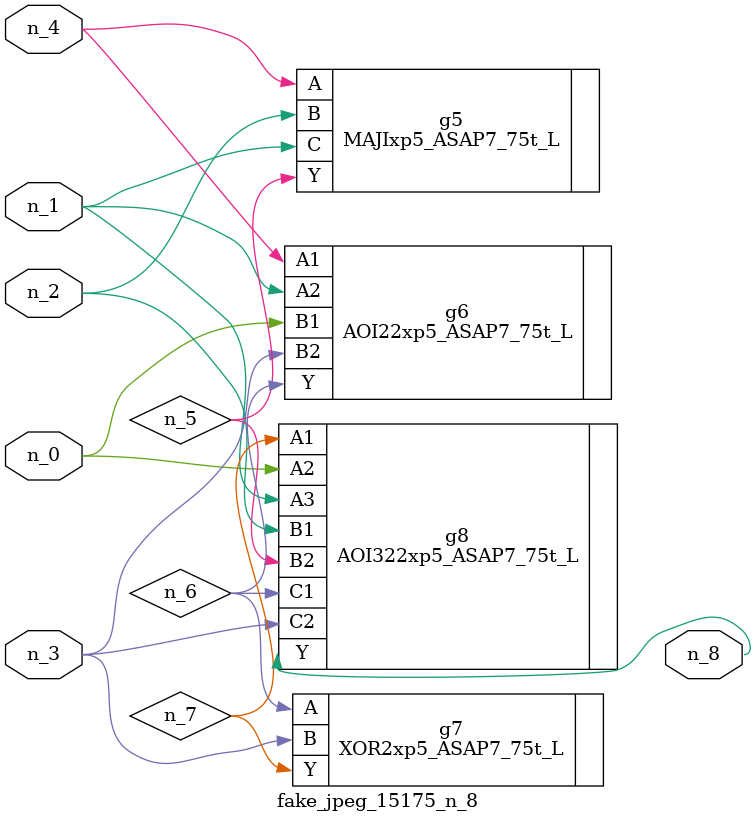
<source format=v>
module fake_jpeg_15175_n_8 (n_3, n_2, n_1, n_0, n_4, n_8);

input n_3;
input n_2;
input n_1;
input n_0;
input n_4;

output n_8;

wire n_6;
wire n_5;
wire n_7;

MAJIxp5_ASAP7_75t_L g5 ( 
.A(n_4),
.B(n_2),
.C(n_1),
.Y(n_5)
);

AOI22xp5_ASAP7_75t_L g6 ( 
.A1(n_4),
.A2(n_1),
.B1(n_0),
.B2(n_3),
.Y(n_6)
);

XOR2xp5_ASAP7_75t_L g7 ( 
.A(n_6),
.B(n_3),
.Y(n_7)
);

AOI322xp5_ASAP7_75t_L g8 ( 
.A1(n_7),
.A2(n_0),
.A3(n_1),
.B1(n_2),
.B2(n_5),
.C1(n_6),
.C2(n_3),
.Y(n_8)
);


endmodule
</source>
